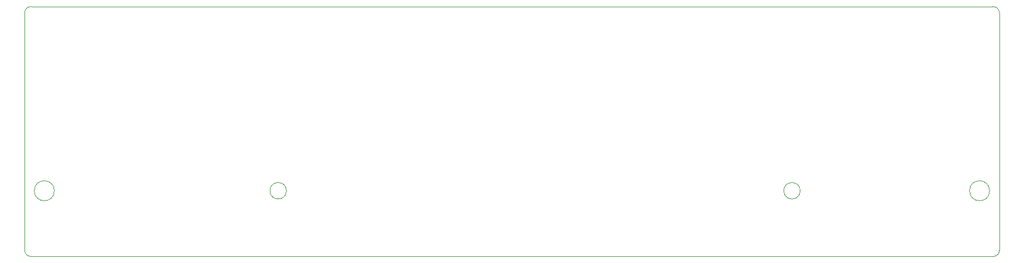
<source format=gbr>
%TF.GenerationSoftware,KiCad,Pcbnew,9.0.1*%
%TF.CreationDate,2025-08-04T14:53:59+03:00*%
%TF.ProjectId,SVI-3x8-PicoExpander,5356492d-3378-4382-9d50-69636f457870,1.1*%
%TF.SameCoordinates,Original*%
%TF.FileFunction,Profile,NP*%
%FSLAX46Y46*%
G04 Gerber Fmt 4.6, Leading zero omitted, Abs format (unit mm)*
G04 Created by KiCad (PCBNEW 9.0.1) date 2025-08-04 14:53:59*
%MOMM*%
%LPD*%
G01*
G04 APERTURE LIST*
%TA.AperFunction,Profile*%
%ADD10C,0.050000*%
%TD*%
G04 APERTURE END LIST*
D10*
X74000000Y-137500000D02*
G75*
G02*
X73000000Y-136500000I0J1000000D01*
G01*
X219500000Y-127500000D02*
G75*
G02*
X216458618Y-127500000I-1520691J0D01*
G01*
X216458618Y-127500000D02*
G75*
G02*
X219500000Y-127500000I1520691J0D01*
G01*
X73000000Y-100500000D02*
X73000000Y-136500000D01*
X221000000Y-136500000D02*
X221000000Y-100500000D01*
X221000000Y-136500000D02*
G75*
G02*
X220000000Y-137500000I-1000000J0D01*
G01*
X112750000Y-127500000D02*
G75*
G02*
X110250000Y-127500000I-1250000J0D01*
G01*
X110250000Y-127500000D02*
G75*
G02*
X112750000Y-127500000I1250000J0D01*
G01*
X74000000Y-137500000D02*
X220000000Y-137500000D01*
X220000000Y-99500000D02*
X74000000Y-99500000D01*
X73000000Y-100500000D02*
G75*
G02*
X74000000Y-99500000I1000000J0D01*
G01*
X77520691Y-127500000D02*
G75*
G02*
X74479309Y-127500000I-1520691J0D01*
G01*
X74479309Y-127500000D02*
G75*
G02*
X77520691Y-127500000I1520691J0D01*
G01*
X220000000Y-99500000D02*
G75*
G02*
X221000000Y-100500000I0J-1000000D01*
G01*
X190750000Y-127500000D02*
G75*
G02*
X188250000Y-127500000I-1250000J0D01*
G01*
X188250000Y-127500000D02*
G75*
G02*
X190750000Y-127500000I1250000J0D01*
G01*
M02*

</source>
